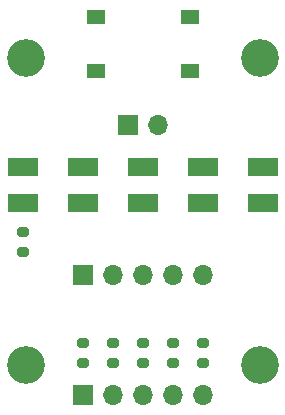
<source format=gbr>
%TF.GenerationSoftware,KiCad,Pcbnew,(6.0.10)*%
%TF.CreationDate,2023-02-07T20:48:56+01:00*%
%TF.ProjectId,JoystickAdapter,4a6f7973-7469-4636-9b41-646170746572,1.0*%
%TF.SameCoordinates,Original*%
%TF.FileFunction,Soldermask,Top*%
%TF.FilePolarity,Negative*%
%FSLAX46Y46*%
G04 Gerber Fmt 4.6, Leading zero omitted, Abs format (unit mm)*
G04 Created by KiCad (PCBNEW (6.0.10)) date 2023-02-07 20:48:56*
%MOMM*%
%LPD*%
G01*
G04 APERTURE LIST*
G04 Aperture macros list*
%AMRoundRect*
0 Rectangle with rounded corners*
0 $1 Rounding radius*
0 $2 $3 $4 $5 $6 $7 $8 $9 X,Y pos of 4 corners*
0 Add a 4 corners polygon primitive as box body*
4,1,4,$2,$3,$4,$5,$6,$7,$8,$9,$2,$3,0*
0 Add four circle primitives for the rounded corners*
1,1,$1+$1,$2,$3*
1,1,$1+$1,$4,$5*
1,1,$1+$1,$6,$7*
1,1,$1+$1,$8,$9*
0 Add four rect primitives between the rounded corners*
20,1,$1+$1,$2,$3,$4,$5,0*
20,1,$1+$1,$4,$5,$6,$7,0*
20,1,$1+$1,$6,$7,$8,$9,0*
20,1,$1+$1,$8,$9,$2,$3,0*%
G04 Aperture macros list end*
%ADD10C,3.200000*%
%ADD11RoundRect,0.200000X-0.275000X0.200000X-0.275000X-0.200000X0.275000X-0.200000X0.275000X0.200000X0*%
%ADD12R,2.600000X1.500000*%
%ADD13R,1.700000X1.700000*%
%ADD14O,1.700000X1.700000*%
%ADD15RoundRect,0.200000X0.275000X-0.200000X0.275000X0.200000X-0.275000X0.200000X-0.275000X-0.200000X0*%
%ADD16R,1.550000X1.300000*%
G04 APERTURE END LIST*
D10*
%TO.C,JOY_H3*%
X126745000Y-88300000D03*
%TD*%
D11*
%TO.C,R28*%
X119380000Y-112459000D03*
X119380000Y-114109000D03*
%TD*%
D12*
%TO.C,D3*%
X116840000Y-100560000D03*
X116840000Y-97560000D03*
%TD*%
D10*
%TO.C,JOY_H1*%
X106935000Y-114300000D03*
%TD*%
%TO.C,JOY_H4*%
X106935000Y-88300000D03*
%TD*%
D13*
%TO.C,J2*%
X111760000Y-106680000D03*
D14*
X114300000Y-106680000D03*
X116840000Y-106680000D03*
X119380000Y-106680000D03*
X121920000Y-106680000D03*
%TD*%
D12*
%TO.C,D2*%
X111760000Y-100560000D03*
X111760000Y-97560000D03*
%TD*%
%TO.C,D5*%
X127000000Y-100560000D03*
X127000000Y-97560000D03*
%TD*%
D15*
%TO.C,R1*%
X114300000Y-114109000D03*
X114300000Y-112459000D03*
%TD*%
D16*
%TO.C,SW1*%
X120815000Y-84872000D03*
X112865000Y-84872000D03*
X112865000Y-89372000D03*
X120815000Y-89372000D03*
%TD*%
D12*
%TO.C,D1*%
X106680000Y-100560000D03*
X106680000Y-97560000D03*
%TD*%
D15*
%TO.C,R2*%
X111760000Y-114109000D03*
X111760000Y-112459000D03*
%TD*%
D12*
%TO.C,D4*%
X121920000Y-100560000D03*
X121920000Y-97560000D03*
%TD*%
D11*
%TO.C,R6*%
X121920000Y-112459000D03*
X121920000Y-114109000D03*
%TD*%
D13*
%TO.C,J3*%
X115570000Y-93980000D03*
D14*
X118110000Y-93980000D03*
%TD*%
D10*
%TO.C,JOY_H2*%
X126745000Y-114300000D03*
%TD*%
D15*
%TO.C,R3*%
X106680000Y-104711000D03*
X106680000Y-103061000D03*
%TD*%
D11*
%TO.C,R27*%
X116840000Y-112459000D03*
X116840000Y-114109000D03*
%TD*%
D13*
%TO.C,J1*%
X111760000Y-116840000D03*
D14*
X114300000Y-116840000D03*
X116840000Y-116840000D03*
X119380000Y-116840000D03*
X121920000Y-116840000D03*
%TD*%
M02*

</source>
